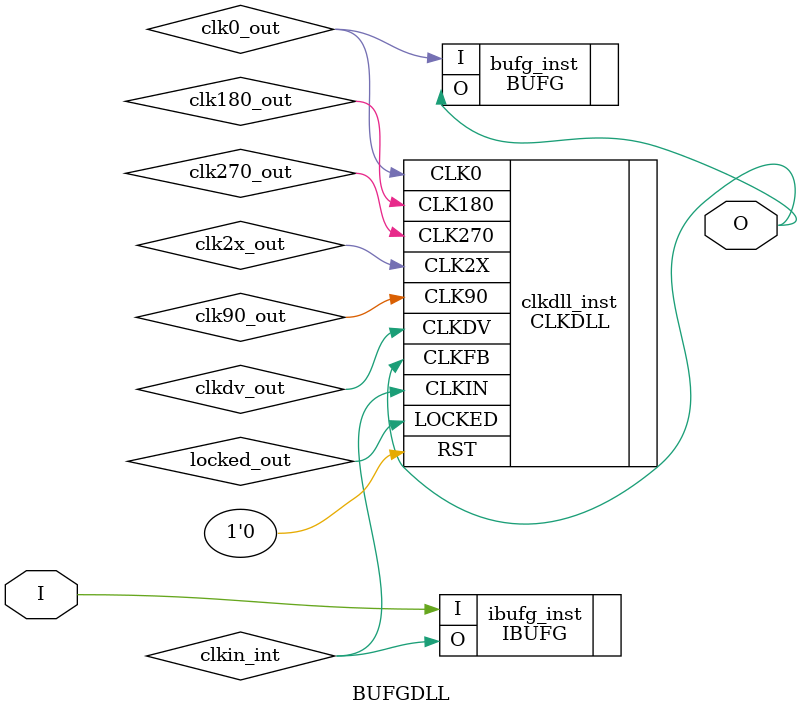
<source format=v>

`timescale  1 ps / 1 ps


module BUFGDLL (O, I);

    output O;
    input  I;

    parameter DUTY_CYCLE_CORRECTION = "TRUE";

    wire clkin_int;
    wire clk0_out, clk180_out, clk270_out, clk2x_out;
    wire clk90_out, clkdv_out, locked_out;

    CLKDLL clkdll_inst (.CLK0(clk0_out), .CLK180(clk180_out), .CLK270(clk270_out), .CLK2X(clk2x_out), .CLK90(clk90_out), .CLKDV(clkdv_out), .LOCKED(locked_out), .CLKFB(O), .CLKIN(clkin_int), .RST(1'b0));
    defparam clkdll_inst.DUTY_CYCLE_CORRECTION = DUTY_CYCLE_CORRECTION;

    IBUFG ibufg_inst (.O(clkin_int), .I(I));

    BUFG bufg_inst (.O(O), .I(clk0_out));

endmodule


</source>
